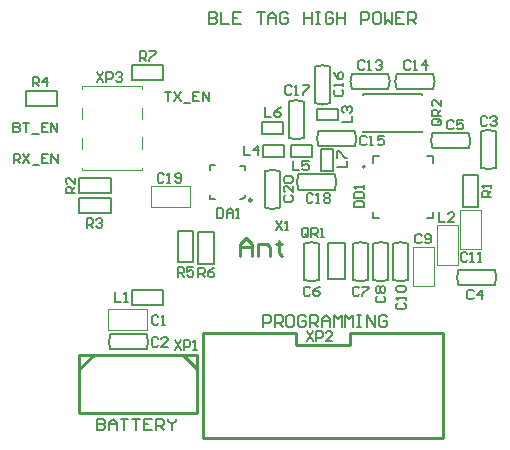
<source format=gto>
G04 Layer_Color=65535*
%FSLAX24Y24*%
%MOIN*%
G70*
G01*
G75*
%ADD31C,0.0079*%
%ADD43C,0.0070*%
%ADD44C,0.0098*%
%ADD45C,0.0039*%
%ADD46C,0.0100*%
D31*
X39744Y31339D02*
G03*
X39744Y31339I-39J0D01*
G01*
X38150Y33278D02*
X38858D01*
X38150Y33081D02*
Y33278D01*
Y32884D02*
Y33081D01*
Y32884D02*
X38858D01*
Y33278D01*
X36319Y32441D02*
X37028D01*
Y32638D01*
Y32835D01*
X36319D02*
X37028D01*
X36319Y32441D02*
Y32835D01*
X36358Y31654D02*
X37067D01*
Y31850D01*
Y32047D01*
X36358D02*
X37067D01*
X36358Y31654D02*
Y32047D01*
X37274Y31654D02*
X37982D01*
Y31850D01*
Y32047D01*
X37274D02*
X37982D01*
X37274Y31654D02*
Y32047D01*
X38278Y31211D02*
Y31919D01*
Y31211D02*
X38474D01*
X38671D01*
Y31919D01*
X38278D02*
X38671D01*
X40020Y29626D02*
X40207D01*
X40020D02*
Y29843D01*
Y31457D02*
Y31683D01*
X40030D01*
X40207D01*
X41821Y29626D02*
X42018D01*
Y29843D01*
Y31457D02*
Y31683D01*
X41821D02*
X42018D01*
X38533Y28799D02*
X39085D01*
X38533Y27579D02*
X39085D01*
X38533D02*
Y28799D01*
X39085Y27579D02*
Y28799D01*
X39675Y33720D02*
Y33760D01*
X41644D01*
Y33720D02*
Y33760D01*
X39675Y32500D02*
Y32539D01*
Y32500D02*
X41644D01*
Y32539D01*
X35738Y30315D02*
Y30394D01*
X35669Y30246D02*
X35738Y30315D01*
X35591Y30246D02*
X35669D01*
X34596D02*
X34744D01*
X34596D02*
Y30394D01*
Y31240D02*
Y31388D01*
X34744D01*
X35738Y31240D02*
Y31378D01*
X35591D02*
X35738D01*
X28041Y31457D02*
Y31772D01*
X28199D01*
X28251Y31719D01*
Y31614D01*
X28199Y31562D01*
X28041D01*
X28146D02*
X28251Y31457D01*
X28356Y31772D02*
X28566Y31457D01*
Y31772D02*
X28356Y31457D01*
X28671Y31404D02*
X28881D01*
X29196Y31772D02*
X28986D01*
Y31457D01*
X29196D01*
X28986Y31614D02*
X29091D01*
X29301Y31457D02*
Y31772D01*
X29511Y31457D01*
Y31772D01*
X28031Y32805D02*
Y32490D01*
X28189D01*
X28241Y32543D01*
Y32595D01*
X28189Y32648D01*
X28031D01*
X28189D01*
X28241Y32700D01*
Y32753D01*
X28189Y32805D01*
X28031D01*
X28346D02*
X28556D01*
X28451D01*
Y32490D01*
X28661Y32438D02*
X28871D01*
X29186Y32805D02*
X28976D01*
Y32490D01*
X29186D01*
X28976Y32648D02*
X29081D01*
X29291Y32490D02*
Y32805D01*
X29501Y32490D01*
Y32805D01*
X33081Y33838D02*
X33291D01*
X33186D01*
Y33524D01*
X33396Y33838D02*
X33605Y33524D01*
Y33838D02*
X33396Y33524D01*
X33710Y33471D02*
X33920D01*
X34235Y33838D02*
X34025D01*
Y33524D01*
X34235D01*
X34025Y33681D02*
X34130D01*
X34340Y33524D02*
Y33838D01*
X34550Y33524D01*
Y33838D01*
X34567Y36506D02*
Y36112D01*
X34764D01*
X34829Y36178D01*
Y36243D01*
X34764Y36309D01*
X34567D01*
X34764D01*
X34829Y36375D01*
Y36440D01*
X34764Y36506D01*
X34567D01*
X34960D02*
Y36112D01*
X35223D01*
X35616Y36506D02*
X35354D01*
Y36112D01*
X35616D01*
X35354Y36309D02*
X35485D01*
X36141Y36506D02*
X36404D01*
X36272D01*
Y36112D01*
X36535D02*
Y36375D01*
X36666Y36506D01*
X36797Y36375D01*
Y36112D01*
Y36309D01*
X36535D01*
X37191Y36440D02*
X37125Y36506D01*
X36994D01*
X36928Y36440D01*
Y36178D01*
X36994Y36112D01*
X37125D01*
X37191Y36178D01*
Y36309D01*
X37060D01*
X37716Y36506D02*
Y36112D01*
Y36309D01*
X37978D01*
Y36506D01*
Y36112D01*
X38109Y36506D02*
X38240D01*
X38175D01*
Y36112D01*
X38109D01*
X38240D01*
X38699Y36440D02*
X38634Y36506D01*
X38503D01*
X38437Y36440D01*
Y36178D01*
X38503Y36112D01*
X38634D01*
X38699Y36178D01*
Y36309D01*
X38568D01*
X38831Y36506D02*
Y36112D01*
Y36309D01*
X39093D01*
Y36506D01*
Y36112D01*
X39618D02*
Y36506D01*
X39815D01*
X39880Y36440D01*
Y36309D01*
X39815Y36243D01*
X39618D01*
X40208Y36506D02*
X40077D01*
X40011Y36440D01*
Y36178D01*
X40077Y36112D01*
X40208D01*
X40274Y36178D01*
Y36440D01*
X40208Y36506D01*
X40405D02*
Y36112D01*
X40536Y36243D01*
X40667Y36112D01*
Y36506D01*
X41061D02*
X40799D01*
Y36112D01*
X41061D01*
X40799Y36309D02*
X40930D01*
X41192Y36112D02*
Y36506D01*
X41389D01*
X41454Y36440D01*
Y36309D01*
X41389Y36243D01*
X41192D01*
X41323D02*
X41454Y36112D01*
X36348Y25994D02*
Y26388D01*
X36545D01*
X36611Y26322D01*
Y26191D01*
X36545Y26125D01*
X36348D01*
X36742Y25994D02*
Y26388D01*
X36939D01*
X37004Y26322D01*
Y26191D01*
X36939Y26125D01*
X36742D01*
X36873D02*
X37004Y25994D01*
X37332Y26388D02*
X37201D01*
X37136Y26322D01*
Y26060D01*
X37201Y25994D01*
X37332D01*
X37398Y26060D01*
Y26322D01*
X37332Y26388D01*
X37792Y26322D02*
X37726Y26388D01*
X37595D01*
X37529Y26322D01*
Y26060D01*
X37595Y25994D01*
X37726D01*
X37792Y26060D01*
Y26191D01*
X37660D01*
X37923Y25994D02*
Y26388D01*
X38120D01*
X38185Y26322D01*
Y26191D01*
X38120Y26125D01*
X37923D01*
X38054D02*
X38185Y25994D01*
X38316D02*
Y26256D01*
X38447Y26388D01*
X38579Y26256D01*
Y25994D01*
Y26191D01*
X38316D01*
X38710Y25994D02*
Y26388D01*
X38841Y26256D01*
X38972Y26388D01*
Y25994D01*
X39103D02*
Y26388D01*
X39235Y26256D01*
X39366Y26388D01*
Y25994D01*
X39497Y26388D02*
X39628D01*
X39563D01*
Y25994D01*
X39497D01*
X39628D01*
X39825D02*
Y26388D01*
X40087Y25994D01*
Y26388D01*
X40481Y26322D02*
X40415Y26388D01*
X40284D01*
X40219Y26322D01*
Y26060D01*
X40284Y25994D01*
X40415D01*
X40481Y26060D01*
Y26191D01*
X40350D01*
X30817Y22943D02*
Y22549D01*
X31014D01*
X31079Y22615D01*
Y22680D01*
X31014Y22746D01*
X30817D01*
X31014D01*
X31079Y22812D01*
Y22877D01*
X31014Y22943D01*
X30817D01*
X31210Y22549D02*
Y22812D01*
X31342Y22943D01*
X31473Y22812D01*
Y22549D01*
Y22746D01*
X31210D01*
X31604Y22943D02*
X31866D01*
X31735D01*
Y22549D01*
X31998Y22943D02*
X32260D01*
X32129D01*
Y22549D01*
X32654Y22943D02*
X32391D01*
Y22549D01*
X32654D01*
X32391Y22746D02*
X32522D01*
X32785Y22549D02*
Y22943D01*
X32982D01*
X33047Y22877D01*
Y22746D01*
X32982Y22680D01*
X32785D01*
X32916D02*
X33047Y22549D01*
X33178Y22943D02*
Y22877D01*
X33310Y22746D01*
X33441Y22877D01*
Y22943D01*
X33310Y22746D02*
Y22549D01*
X43822Y32969D02*
X43770Y33022D01*
X43665D01*
X43612Y32969D01*
Y32759D01*
X43665Y32707D01*
X43770D01*
X43822Y32759D01*
X43927Y32969D02*
X43980Y33022D01*
X44084D01*
X44137Y32969D01*
Y32917D01*
X44084Y32864D01*
X44032D01*
X44084D01*
X44137Y32812D01*
Y32759D01*
X44084Y32707D01*
X43980D01*
X43927Y32759D01*
X43379Y27182D02*
X43327Y27234D01*
X43222D01*
X43169Y27182D01*
Y26972D01*
X43222Y26919D01*
X43327D01*
X43379Y26972D01*
X43642Y26919D02*
Y27234D01*
X43484Y27077D01*
X43694D01*
X34203Y27657D02*
Y27972D01*
X34360D01*
X34413Y27920D01*
Y27815D01*
X34360Y27762D01*
X34203D01*
X34308D02*
X34413Y27657D01*
X34728Y27972D02*
X34623Y27920D01*
X34518Y27815D01*
Y27710D01*
X34570Y27657D01*
X34675D01*
X34728Y27710D01*
Y27762D01*
X34675Y27815D01*
X34518D01*
X33504Y27677D02*
Y27992D01*
X33661D01*
X33714Y27940D01*
Y27835D01*
X33661Y27782D01*
X33504D01*
X33609D02*
X33714Y27677D01*
X34029Y27992D02*
X33819D01*
Y27835D01*
X33924Y27887D01*
X33976D01*
X34029Y27835D01*
Y27730D01*
X33976Y27677D01*
X33871D01*
X33819Y27730D01*
X30089Y30453D02*
X29774D01*
Y30610D01*
X29826Y30663D01*
X29931D01*
X29984Y30610D01*
Y30453D01*
Y30558D02*
X30089Y30663D01*
Y30978D02*
Y30768D01*
X29879Y30978D01*
X29826D01*
X29774Y30925D01*
Y30820D01*
X29826Y30768D01*
X30472Y29301D02*
Y29616D01*
X30630D01*
X30682Y29564D01*
Y29459D01*
X30630Y29406D01*
X30472D01*
X30577D02*
X30682Y29301D01*
X30787Y29564D02*
X30840Y29616D01*
X30945D01*
X30997Y29564D01*
Y29511D01*
X30945Y29459D01*
X30892D01*
X30945D01*
X30997Y29406D01*
Y29354D01*
X30945Y29301D01*
X30840D01*
X30787Y29354D01*
X28671Y34016D02*
Y34331D01*
X28829D01*
X28881Y34278D01*
Y34173D01*
X28829Y34121D01*
X28671D01*
X28776D02*
X28881Y34016D01*
X29144D02*
Y34331D01*
X28986Y34173D01*
X29196D01*
X30817Y34488D02*
X31027Y34173D01*
Y34488D02*
X30817Y34173D01*
X31132D02*
Y34488D01*
X31289D01*
X31342Y34436D01*
Y34331D01*
X31289Y34278D01*
X31132D01*
X31447Y34436D02*
X31499Y34488D01*
X31604D01*
X31657Y34436D01*
Y34383D01*
X31604Y34331D01*
X31552D01*
X31604D01*
X31657Y34278D01*
Y34226D01*
X31604Y34173D01*
X31499D01*
X31447Y34226D01*
X33054Y31069D02*
X33002Y31122D01*
X32897D01*
X32844Y31069D01*
Y30860D01*
X32897Y30807D01*
X33002D01*
X33054Y30860D01*
X33159Y30807D02*
X33264D01*
X33212D01*
Y31122D01*
X33159Y31069D01*
X33422Y30860D02*
X33474Y30807D01*
X33579D01*
X33632Y30860D01*
Y31069D01*
X33579Y31122D01*
X33474D01*
X33422Y31069D01*
Y31017D01*
X33474Y30965D01*
X33632D01*
X32254Y34872D02*
Y35187D01*
X32411D01*
X32464Y35134D01*
Y35029D01*
X32411Y34977D01*
X32254D01*
X32359D02*
X32464Y34872D01*
X32569Y35187D02*
X32779D01*
Y35134D01*
X32569Y34925D01*
Y34872D01*
X37090Y30387D02*
X37037Y30335D01*
Y30230D01*
X37090Y30177D01*
X37300D01*
X37352Y30230D01*
Y30335D01*
X37300Y30387D01*
X37352Y30702D02*
Y30492D01*
X37142Y30702D01*
X37090D01*
X37037Y30649D01*
Y30545D01*
X37090Y30492D01*
Y30807D02*
X37037Y30859D01*
Y30964D01*
X37090Y31017D01*
X37300D01*
X37352Y30964D01*
Y30859D01*
X37300Y30807D01*
X37090D01*
X38763Y33911D02*
X38711Y33858D01*
Y33753D01*
X38763Y33701D01*
X38973D01*
X39026Y33753D01*
Y33858D01*
X38973Y33911D01*
X39026Y34016D02*
Y34121D01*
Y34068D01*
X38711D01*
X38763Y34016D01*
X38711Y34488D02*
X38763Y34383D01*
X38868Y34278D01*
X38973D01*
X39026Y34331D01*
Y34435D01*
X38973Y34488D01*
X38921D01*
X38868Y34435D01*
Y34278D01*
X38996Y32825D02*
X39311D01*
Y33035D01*
X39049Y33140D02*
X38996Y33192D01*
Y33297D01*
X39049Y33350D01*
X39101D01*
X39154Y33297D01*
Y33245D01*
Y33297D01*
X39206Y33350D01*
X39259D01*
X39311Y33297D01*
Y33192D01*
X39259Y33140D01*
X36417Y33317D02*
Y33002D01*
X36627D01*
X36942Y33317D02*
X36837Y33264D01*
X36732Y33159D01*
Y33054D01*
X36785Y33002D01*
X36890D01*
X36942Y33054D01*
Y33107D01*
X36890Y33159D01*
X36732D01*
X35709Y32037D02*
Y31722D01*
X35919D01*
X36181D02*
Y32037D01*
X36024Y31880D01*
X36233D01*
X37306Y34003D02*
X37254Y34055D01*
X37149D01*
X37096Y34003D01*
Y33793D01*
X37149Y33740D01*
X37254D01*
X37306Y33793D01*
X37411Y33740D02*
X37516D01*
X37464D01*
Y34055D01*
X37411Y34003D01*
X37674Y34055D02*
X37884D01*
Y34003D01*
X37674Y33793D01*
Y33740D01*
X37352Y31535D02*
Y31220D01*
X37562D01*
X37877Y31535D02*
X37667D01*
Y31378D01*
X37772Y31430D01*
X37825D01*
X37877Y31378D01*
Y31273D01*
X37825Y31220D01*
X37720D01*
X37667Y31273D01*
X39806Y32319D02*
X39754Y32372D01*
X39649D01*
X39596Y32319D01*
Y32110D01*
X39649Y32057D01*
X39754D01*
X39806Y32110D01*
X39911Y32057D02*
X40016D01*
X39964D01*
Y32372D01*
X39911Y32319D01*
X40384Y32372D02*
X40174D01*
Y32215D01*
X40279Y32267D01*
X40331D01*
X40384Y32215D01*
Y32110D01*
X40331Y32057D01*
X40226D01*
X40174Y32110D01*
X38829Y31329D02*
X39144D01*
Y31539D01*
X38829Y31644D02*
Y31854D01*
X38881D01*
X39091Y31644D01*
X39144D01*
X38015Y30400D02*
X37963Y30453D01*
X37858D01*
X37805Y30400D01*
Y30190D01*
X37858Y30138D01*
X37963D01*
X38015Y30190D01*
X38120Y30138D02*
X38225D01*
X38172D01*
Y30453D01*
X38120Y30400D01*
X38382D02*
X38435Y30453D01*
X38540D01*
X38592Y30400D01*
Y30348D01*
X38540Y30295D01*
X38592Y30243D01*
Y30190D01*
X38540Y30138D01*
X38435D01*
X38382Y30190D01*
Y30243D01*
X38435Y30295D01*
X38382Y30348D01*
Y30400D01*
X38435Y30295D02*
X38540D01*
X39737Y34829D02*
X39685Y34882D01*
X39580D01*
X39528Y34829D01*
Y34619D01*
X39580Y34567D01*
X39685D01*
X39737Y34619D01*
X39842Y34567D02*
X39947D01*
X39895D01*
Y34882D01*
X39842Y34829D01*
X40105D02*
X40157Y34882D01*
X40262D01*
X40315Y34829D01*
Y34777D01*
X40262Y34724D01*
X40210D01*
X40262D01*
X40315Y34672D01*
Y34619D01*
X40262Y34567D01*
X40157D01*
X40105Y34619D01*
X41273Y34829D02*
X41220Y34882D01*
X41115D01*
X41063Y34829D01*
Y34619D01*
X41115Y34567D01*
X41220D01*
X41273Y34619D01*
X41378Y34567D02*
X41483D01*
X41430D01*
Y34882D01*
X41378Y34829D01*
X41798Y34567D02*
Y34882D01*
X41640Y34724D01*
X41850D01*
X42710Y32841D02*
X42657Y32894D01*
X42552D01*
X42500Y32841D01*
Y32631D01*
X42552Y32579D01*
X42657D01*
X42710Y32631D01*
X43025Y32894D02*
X42815D01*
Y32736D01*
X42920Y32789D01*
X42972D01*
X43025Y32736D01*
Y32631D01*
X42972Y32579D01*
X42867D01*
X42815Y32631D01*
X43967Y30325D02*
X43652D01*
Y30482D01*
X43704Y30535D01*
X43809D01*
X43862Y30482D01*
Y30325D01*
Y30430D02*
X43967Y30535D01*
Y30640D02*
Y30745D01*
Y30692D01*
X43652D01*
X43704Y30640D01*
X43163Y28432D02*
X43110Y28484D01*
X43005D01*
X42953Y28432D01*
Y28222D01*
X43005Y28169D01*
X43110D01*
X43163Y28222D01*
X43268Y28169D02*
X43373D01*
X43320D01*
Y28484D01*
X43268Y28432D01*
X43530Y28169D02*
X43635D01*
X43582D01*
Y28484D01*
X43530Y28432D01*
X41637Y29042D02*
X41585Y29094D01*
X41480D01*
X41427Y29042D01*
Y28832D01*
X41480Y28780D01*
X41585D01*
X41637Y28832D01*
X41742D02*
X41795Y28780D01*
X41899D01*
X41952Y28832D01*
Y29042D01*
X41899Y29094D01*
X41795D01*
X41742Y29042D01*
Y28989D01*
X41795Y28937D01*
X41952D01*
X42205Y29813D02*
Y29498D01*
X42415D01*
X42729D02*
X42520D01*
X42729Y29708D01*
Y29760D01*
X42677Y29813D01*
X42572D01*
X42520Y29760D01*
X40850Y26795D02*
X40797Y26742D01*
Y26637D01*
X40850Y26585D01*
X41060D01*
X41112Y26637D01*
Y26742D01*
X41060Y26795D01*
X41112Y26899D02*
Y27004D01*
Y26952D01*
X40797D01*
X40850Y26899D01*
Y27162D02*
X40797Y27214D01*
Y27319D01*
X40850Y27372D01*
X41060D01*
X41112Y27319D01*
Y27214D01*
X41060Y27162D01*
X40850D01*
X40161Y27031D02*
X40108Y26978D01*
Y26873D01*
X40161Y26821D01*
X40371D01*
X40423Y26873D01*
Y26978D01*
X40371Y27031D01*
X40161Y27136D02*
X40108Y27188D01*
Y27293D01*
X40161Y27346D01*
X40213D01*
X40266Y27293D01*
X40318Y27346D01*
X40371D01*
X40423Y27293D01*
Y27188D01*
X40371Y27136D01*
X40318D01*
X40266Y27188D01*
X40213Y27136D01*
X40161D01*
X40266Y27188D02*
Y27293D01*
X39390Y29980D02*
X39705D01*
Y30138D01*
X39652Y30190D01*
X39442D01*
X39390Y30138D01*
Y29980D01*
Y30295D02*
X39705D01*
Y30453D01*
X39652Y30505D01*
X39442D01*
X39390Y30453D01*
Y30295D01*
X39705Y30610D02*
Y30715D01*
Y30663D01*
X39390D01*
X39442Y30610D01*
X39560Y27290D02*
X39508Y27342D01*
X39403D01*
X39350Y27290D01*
Y27080D01*
X39403Y27028D01*
X39508D01*
X39560Y27080D01*
X39665Y27342D02*
X39875D01*
Y27290D01*
X39665Y27080D01*
Y27028D01*
X37926Y27290D02*
X37874Y27342D01*
X37769D01*
X37717Y27290D01*
Y27080D01*
X37769Y27028D01*
X37874D01*
X37926Y27080D01*
X38241Y27342D02*
X38136Y27290D01*
X38031Y27185D01*
Y27080D01*
X38084Y27028D01*
X38189D01*
X38241Y27080D01*
Y27133D01*
X38189Y27185D01*
X38031D01*
X37858Y29049D02*
Y29258D01*
X37805Y29311D01*
X37700D01*
X37648Y29258D01*
Y29049D01*
X37700Y28996D01*
X37805D01*
X37753Y29101D02*
X37858Y28996D01*
X37805D02*
X37858Y29049D01*
X37963Y28996D02*
Y29311D01*
X38120D01*
X38172Y29258D01*
Y29153D01*
X38120Y29101D01*
X37963D01*
X38067D02*
X38172Y28996D01*
X38277D02*
X38382D01*
X38330D01*
Y29311D01*
X38277Y29258D01*
X37815Y25846D02*
X38025Y25531D01*
Y25846D02*
X37815Y25531D01*
X38130D02*
Y25846D01*
X38287D01*
X38340Y25794D01*
Y25689D01*
X38287Y25636D01*
X38130D01*
X38655Y25531D02*
X38445D01*
X38655Y25741D01*
Y25794D01*
X38602Y25846D01*
X38497D01*
X38445Y25794D01*
X31417Y27146D02*
Y26831D01*
X31627D01*
X31732D02*
X31837D01*
X31785D01*
Y27146D01*
X31732Y27093D01*
X32867Y26335D02*
X32815Y26388D01*
X32710D01*
X32657Y26335D01*
Y26125D01*
X32710Y26073D01*
X32815D01*
X32867Y26125D01*
X32972Y26073D02*
X33077D01*
X33025D01*
Y26388D01*
X32972Y26335D01*
X32858Y25607D02*
X32805Y25659D01*
X32700D01*
X32648Y25607D01*
Y25397D01*
X32700Y25344D01*
X32805D01*
X32858Y25397D01*
X33172Y25344D02*
X32963D01*
X33172Y25554D01*
Y25607D01*
X33120Y25659D01*
X33015D01*
X32963Y25607D01*
X33406Y25551D02*
X33615Y25236D01*
Y25551D02*
X33406Y25236D01*
X33720D02*
Y25551D01*
X33878D01*
X33930Y25499D01*
Y25394D01*
X33878Y25341D01*
X33720D01*
X34035Y25236D02*
X34140D01*
X34088D01*
Y25551D01*
X34035Y25499D01*
X42241Y32926D02*
X42031D01*
X41978Y32874D01*
Y32769D01*
X42031Y32717D01*
X42241D01*
X42293Y32769D01*
Y32874D01*
X42188Y32821D02*
X42293Y32926D01*
Y32874D02*
X42241Y32926D01*
X42293Y33031D02*
X41978D01*
Y33189D01*
X42031Y33241D01*
X42136D01*
X42188Y33189D01*
Y33031D01*
Y33136D02*
X42293Y33241D01*
Y33556D02*
Y33346D01*
X42083Y33556D01*
X42031D01*
X41978Y33504D01*
Y33399D01*
X42031Y33346D01*
X34823Y29951D02*
Y29636D01*
X34980D01*
X35033Y29688D01*
Y29898D01*
X34980Y29951D01*
X34823D01*
X35138Y29636D02*
Y29846D01*
X35243Y29951D01*
X35348Y29846D01*
Y29636D01*
Y29793D01*
X35138D01*
X35453Y29636D02*
X35558D01*
X35505D01*
Y29951D01*
X35453Y29898D01*
X36781Y29527D02*
X36991Y29213D01*
Y29527D02*
X36781Y29213D01*
X37096D02*
X37201D01*
X37149D01*
Y29527D01*
X37096Y29475D01*
D43*
X44123Y32514D02*
G03*
X43612Y32513I-255J-609D01*
G01*
Y31306D02*
G03*
X44123Y31306I256J608D01*
G01*
X44079Y27393D02*
G03*
X44078Y27903I-609J255D01*
G01*
X42871D02*
G03*
X42871Y27393I608J-256D01*
G01*
X36918Y31185D02*
G03*
X36408Y31184I-255J-609D01*
G01*
Y29978D02*
G03*
X36918Y29977I256J608D01*
G01*
X38082Y33461D02*
G03*
X38592Y33461I255J609D01*
G01*
Y34668D02*
G03*
X38082Y34668I-256J-608D01*
G01*
X37715Y33508D02*
G03*
X37205Y33507I-255J-609D01*
G01*
Y32300D02*
G03*
X37715Y32300I256J608D01*
G01*
X39413Y32019D02*
G03*
X39413Y32529I-609J255D01*
G01*
X38206D02*
G03*
X38206Y32019I608J-256D01*
G01*
X37536Y31081D02*
G03*
X37536Y30571I609J-255D01*
G01*
X38743D02*
G03*
X38743Y31081I-608J256D01*
G01*
X40525Y33928D02*
G03*
X40525Y34439I-609J255D01*
G01*
X39318D02*
G03*
X39318Y33928I608J-256D01*
G01*
X40813Y34439D02*
G03*
X40814Y33928I609J-255D01*
G01*
X42020D02*
G03*
X42021Y34439I-608J256D01*
G01*
X42004Y32459D02*
G03*
X42004Y31949I609J-255D01*
G01*
X43211D02*
G03*
X43212Y32459I-608J256D01*
G01*
X40680Y27565D02*
G03*
X41191Y27566I255J609D01*
G01*
Y28772D02*
G03*
X40680Y28773I-256J-608D01*
G01*
X40530Y28774D02*
G03*
X40020Y28773I-255J-609D01*
G01*
Y27566D02*
G03*
X40530Y27566I256J608D01*
G01*
X39352Y27565D02*
G03*
X39862Y27566I255J609D01*
G01*
Y28772D02*
G03*
X39352Y28773I-256J-608D01*
G01*
X37718Y27565D02*
G03*
X38228Y27566I255J609D01*
G01*
Y28772D02*
G03*
X37718Y28773I-256J-608D01*
G01*
X32474Y25247D02*
G03*
X32474Y25758I-609J255D01*
G01*
X31267D02*
G03*
X31267Y25247I608J-256D01*
G01*
X43612Y31309D02*
Y32510D01*
X44123Y31310D02*
Y32510D01*
X42874Y27904D02*
X44075D01*
X42875Y27393D02*
X44075D01*
X34203Y28110D02*
Y29154D01*
X34715Y28110D02*
Y29154D01*
X34203D02*
X34715D01*
X34203Y28110D02*
X34715D01*
X33514Y28159D02*
Y29203D01*
X34026Y28159D02*
Y29203D01*
X33514D02*
X34026D01*
X33514Y28159D02*
X34026D01*
X30226Y30974D02*
X31270D01*
X30226Y30463D02*
X31270D01*
Y30974D01*
X30226Y30463D02*
Y30974D01*
Y30295D02*
X31270D01*
X30226Y29783D02*
X31270D01*
Y30295D01*
X30226Y29783D02*
Y30295D01*
X28445Y33366D02*
X29488D01*
X28445Y33878D02*
X29488D01*
X28445Y33366D02*
Y33878D01*
X29488Y33366D02*
Y33878D01*
X33031Y34232D02*
Y34744D01*
X31988Y34232D02*
Y34744D01*
X33031D01*
X31988Y34232D02*
X33031D01*
X36407Y29980D02*
Y31181D01*
X36918Y29981D02*
Y31181D01*
X38593Y33465D02*
Y34665D01*
X38082Y33465D02*
Y34665D01*
X37205Y32303D02*
Y33504D01*
X37716Y32304D02*
Y33504D01*
X38209Y32530D02*
X39409D01*
X38209Y32019D02*
X39409D01*
X37539Y30571D02*
X38740D01*
X37539Y31082D02*
X38739D01*
X39321Y34439D02*
X40522D01*
X39322Y33928D02*
X40522D01*
X40817D02*
X42018D01*
X40817Y34439D02*
X42017D01*
X42008Y31949D02*
X43209D01*
X42008Y32460D02*
X43208D01*
X43022Y30010D02*
Y31053D01*
X43533Y30010D02*
Y31053D01*
X43022D02*
X43533D01*
X43022Y30010D02*
X43533D01*
X41191Y27569D02*
Y28770D01*
X40680Y27569D02*
Y28769D01*
X40020Y27569D02*
Y28770D01*
X40531Y27570D02*
Y28770D01*
X39862Y27569D02*
Y28770D01*
X39351Y27569D02*
Y28769D01*
X38228Y27569D02*
Y28770D01*
X37717Y27569D02*
Y28769D01*
X31988Y26713D02*
Y27224D01*
X33032Y26713D02*
Y27224D01*
X31988Y26713D02*
X33032D01*
X31988Y27224D02*
X33032D01*
X31270Y25758D02*
X32470D01*
X31270Y25247D02*
X32470D01*
D44*
X35984Y30226D02*
G03*
X35984Y30226I-49J0D01*
G01*
D45*
X30335Y31230D02*
X32313D01*
Y31939D02*
Y32313D01*
Y32933D02*
Y33307D01*
X30335Y31929D02*
Y32303D01*
Y32933D02*
Y33307D01*
X32313Y31230D02*
Y31299D01*
X30335Y31230D02*
Y31299D01*
Y34016D02*
X32313D01*
Y33937D02*
Y34016D01*
X30335Y33937D02*
Y34016D01*
X32618Y29990D02*
Y30699D01*
X33917Y29990D02*
Y30699D01*
X32618D02*
X33917D01*
X32618Y29990D02*
X33917D01*
X42923Y28602D02*
X43632D01*
X42923Y29902D02*
X43632D01*
X42923Y28602D02*
Y29902D01*
X43632Y28602D02*
Y29902D01*
X41339Y27352D02*
X42047D01*
X41339Y28652D02*
X42047D01*
X41339Y27352D02*
Y28652D01*
X42047Y27352D02*
Y28652D01*
X42140Y29388D02*
X42841D01*
X42140Y28073D02*
X42841D01*
X42140D02*
Y29388D01*
X42841Y28073D02*
Y29388D01*
X31201Y25886D02*
Y26594D01*
X32500Y25886D02*
Y26594D01*
X31201D02*
X32500D01*
X31201Y25886D02*
X32500D01*
D46*
X34363Y22303D02*
X42363D01*
X34363Y25803D02*
X37463D01*
X39263D02*
X42363D01*
X37463Y25403D02*
X39263D01*
X34363Y22303D02*
Y25803D01*
X42363Y22303D02*
Y25803D01*
X37463Y25403D02*
Y25803D01*
X39263Y25403D02*
Y25803D01*
X30231Y24586D02*
X30704Y25059D01*
X33696D02*
X34169Y24586D01*
X30231Y23130D02*
Y25059D01*
X34169Y23130D02*
Y25059D01*
X30231Y23130D02*
X34169D01*
X30231Y25059D02*
X34169D01*
X35591Y28356D02*
Y28756D01*
X35790Y28956D01*
X35990Y28756D01*
Y28356D01*
Y28656D01*
X35591D01*
X36190Y28356D02*
Y28756D01*
X36490D01*
X36590Y28656D01*
Y28356D01*
X36890Y28856D02*
Y28756D01*
X36790D01*
X36990D01*
X36890D01*
Y28456D01*
X36990Y28356D01*
M02*

</source>
